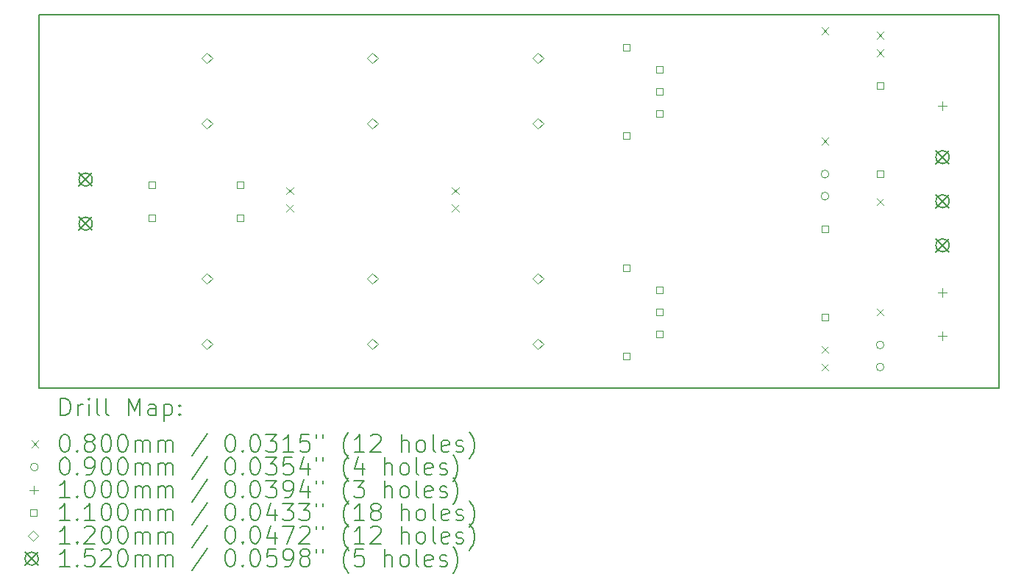
<source format=gbr>
%FSLAX45Y45*%
G04 Gerber Fmt 4.5, Leading zero omitted, Abs format (unit mm)*
G04 Created by KiCad (PCBNEW (6.0.0)) date 2022-07-07 12:02:23*
%MOMM*%
%LPD*%
G01*
G04 APERTURE LIST*
%TA.AperFunction,Profile*%
%ADD10C,0.150000*%
%TD*%
%ADD11C,0.200000*%
%ADD12C,0.080000*%
%ADD13C,0.090000*%
%ADD14C,0.100000*%
%ADD15C,0.110000*%
%ADD16C,0.120000*%
%ADD17C,0.152000*%
G04 APERTURE END LIST*
D10*
X4300000Y-5300000D02*
X15349000Y-5300000D01*
X15349000Y-9600000D02*
X4300000Y-9600000D01*
X15349000Y-9600000D02*
X15349000Y-5300000D01*
X4300000Y-9600000D02*
X4300000Y-5300000D01*
D11*
D12*
X7147500Y-7287500D02*
X7227500Y-7367500D01*
X7227500Y-7287500D02*
X7147500Y-7367500D01*
X7147500Y-7487500D02*
X7227500Y-7567500D01*
X7227500Y-7487500D02*
X7147500Y-7567500D01*
X9052500Y-7287500D02*
X9132500Y-7367500D01*
X9132500Y-7287500D02*
X9052500Y-7367500D01*
X9052500Y-7487500D02*
X9132500Y-7567500D01*
X9132500Y-7487500D02*
X9052500Y-7567500D01*
X13307000Y-5446000D02*
X13387000Y-5526000D01*
X13387000Y-5446000D02*
X13307000Y-5526000D01*
X13307000Y-6716000D02*
X13387000Y-6796000D01*
X13387000Y-6716000D02*
X13307000Y-6796000D01*
X13307000Y-9119500D02*
X13387000Y-9199500D01*
X13387000Y-9119500D02*
X13307000Y-9199500D01*
X13307000Y-9319500D02*
X13387000Y-9399500D01*
X13387000Y-9319500D02*
X13307000Y-9399500D01*
X13942000Y-5500000D02*
X14022000Y-5580000D01*
X14022000Y-5500000D02*
X13942000Y-5580000D01*
X13942000Y-5700000D02*
X14022000Y-5780000D01*
X14022000Y-5700000D02*
X13942000Y-5780000D01*
X13942000Y-7414500D02*
X14022000Y-7494500D01*
X14022000Y-7414500D02*
X13942000Y-7494500D01*
X13942000Y-8684500D02*
X14022000Y-8764500D01*
X14022000Y-8684500D02*
X13942000Y-8764500D01*
D13*
X13392000Y-7137000D02*
G75*
G03*
X13392000Y-7137000I-45000J0D01*
G01*
X13392000Y-7391000D02*
G75*
G03*
X13392000Y-7391000I-45000J0D01*
G01*
X14027000Y-9105500D02*
G75*
G03*
X14027000Y-9105500I-45000J0D01*
G01*
X14027000Y-9359500D02*
G75*
G03*
X14027000Y-9359500I-45000J0D01*
G01*
D14*
X14700000Y-6300000D02*
X14700000Y-6400000D01*
X14650000Y-6350000D02*
X14750000Y-6350000D01*
X14700000Y-8450000D02*
X14700000Y-8550000D01*
X14650000Y-8500000D02*
X14750000Y-8500000D01*
X14700000Y-8950000D02*
X14700000Y-9050000D01*
X14650000Y-9000000D02*
X14750000Y-9000000D01*
D15*
X5638891Y-7302891D02*
X5638891Y-7225109D01*
X5561109Y-7225109D01*
X5561109Y-7302891D01*
X5638891Y-7302891D01*
X5638891Y-7683891D02*
X5638891Y-7606109D01*
X5561109Y-7606109D01*
X5561109Y-7683891D01*
X5638891Y-7683891D01*
X6654891Y-7302891D02*
X6654891Y-7225109D01*
X6577109Y-7225109D01*
X6577109Y-7302891D01*
X6654891Y-7302891D01*
X6654891Y-7683891D02*
X6654891Y-7606109D01*
X6577109Y-7606109D01*
X6577109Y-7683891D01*
X6654891Y-7683891D01*
X11099891Y-5715391D02*
X11099891Y-5637609D01*
X11022109Y-5637609D01*
X11022109Y-5715391D01*
X11099891Y-5715391D01*
X11099891Y-6731391D02*
X11099891Y-6653609D01*
X11022109Y-6653609D01*
X11022109Y-6731391D01*
X11099891Y-6731391D01*
X11099891Y-8255391D02*
X11099891Y-8177609D01*
X11022109Y-8177609D01*
X11022109Y-8255391D01*
X11099891Y-8255391D01*
X11099891Y-9271391D02*
X11099891Y-9193609D01*
X11022109Y-9193609D01*
X11022109Y-9271391D01*
X11099891Y-9271391D01*
X11480891Y-5969391D02*
X11480891Y-5891609D01*
X11403109Y-5891609D01*
X11403109Y-5969391D01*
X11480891Y-5969391D01*
X11480891Y-6223391D02*
X11480891Y-6145609D01*
X11403109Y-6145609D01*
X11403109Y-6223391D01*
X11480891Y-6223391D01*
X11480891Y-6477391D02*
X11480891Y-6399609D01*
X11403109Y-6399609D01*
X11403109Y-6477391D01*
X11480891Y-6477391D01*
X11480891Y-8509391D02*
X11480891Y-8431609D01*
X11403109Y-8431609D01*
X11403109Y-8509391D01*
X11480891Y-8509391D01*
X11480891Y-8763391D02*
X11480891Y-8685609D01*
X11403109Y-8685609D01*
X11403109Y-8763391D01*
X11480891Y-8763391D01*
X11480891Y-9017391D02*
X11480891Y-8939609D01*
X11403109Y-8939609D01*
X11403109Y-9017391D01*
X11480891Y-9017391D01*
X13385891Y-7810891D02*
X13385891Y-7733109D01*
X13308109Y-7733109D01*
X13308109Y-7810891D01*
X13385891Y-7810891D01*
X13385891Y-8826891D02*
X13385891Y-8749109D01*
X13308109Y-8749109D01*
X13308109Y-8826891D01*
X13385891Y-8826891D01*
X14020891Y-6159891D02*
X14020891Y-6082109D01*
X13943109Y-6082109D01*
X13943109Y-6159891D01*
X14020891Y-6159891D01*
X14020891Y-7175891D02*
X14020891Y-7098109D01*
X13943109Y-7098109D01*
X13943109Y-7175891D01*
X14020891Y-7175891D01*
D16*
X6235000Y-5863500D02*
X6295000Y-5803500D01*
X6235000Y-5743500D01*
X6175000Y-5803500D01*
X6235000Y-5863500D01*
X6235000Y-6613500D02*
X6295000Y-6553500D01*
X6235000Y-6493500D01*
X6175000Y-6553500D01*
X6235000Y-6613500D01*
X6235000Y-8403500D02*
X6295000Y-8343500D01*
X6235000Y-8283500D01*
X6175000Y-8343500D01*
X6235000Y-8403500D01*
X6235000Y-9153500D02*
X6295000Y-9093500D01*
X6235000Y-9033500D01*
X6175000Y-9093500D01*
X6235000Y-9153500D01*
X8140000Y-5863500D02*
X8200000Y-5803500D01*
X8140000Y-5743500D01*
X8080000Y-5803500D01*
X8140000Y-5863500D01*
X8140000Y-6613500D02*
X8200000Y-6553500D01*
X8140000Y-6493500D01*
X8080000Y-6553500D01*
X8140000Y-6613500D01*
X8140000Y-8403500D02*
X8200000Y-8343500D01*
X8140000Y-8283500D01*
X8080000Y-8343500D01*
X8140000Y-8403500D01*
X8140000Y-9153500D02*
X8200000Y-9093500D01*
X8140000Y-9033500D01*
X8080000Y-9093500D01*
X8140000Y-9153500D01*
X10045000Y-5863500D02*
X10105000Y-5803500D01*
X10045000Y-5743500D01*
X9985000Y-5803500D01*
X10045000Y-5863500D01*
X10045000Y-6613500D02*
X10105000Y-6553500D01*
X10045000Y-6493500D01*
X9985000Y-6553500D01*
X10045000Y-6613500D01*
X10045000Y-8403500D02*
X10105000Y-8343500D01*
X10045000Y-8283500D01*
X9985000Y-8343500D01*
X10045000Y-8403500D01*
X10045000Y-9153500D02*
X10105000Y-9093500D01*
X10045000Y-9033500D01*
X9985000Y-9093500D01*
X10045000Y-9153500D01*
D17*
X4762000Y-7124500D02*
X4914000Y-7276500D01*
X4914000Y-7124500D02*
X4762000Y-7276500D01*
X4914000Y-7200500D02*
G75*
G03*
X4914000Y-7200500I-76000J0D01*
G01*
X4762000Y-7632500D02*
X4914000Y-7784500D01*
X4914000Y-7632500D02*
X4762000Y-7784500D01*
X4914000Y-7708500D02*
G75*
G03*
X4914000Y-7708500I-76000J0D01*
G01*
X14624000Y-6866000D02*
X14776000Y-7018000D01*
X14776000Y-6866000D02*
X14624000Y-7018000D01*
X14776000Y-6942000D02*
G75*
G03*
X14776000Y-6942000I-76000J0D01*
G01*
X14624000Y-7374000D02*
X14776000Y-7526000D01*
X14776000Y-7374000D02*
X14624000Y-7526000D01*
X14776000Y-7450000D02*
G75*
G03*
X14776000Y-7450000I-76000J0D01*
G01*
X14624000Y-7882000D02*
X14776000Y-8034000D01*
X14776000Y-7882000D02*
X14624000Y-8034000D01*
X14776000Y-7958000D02*
G75*
G03*
X14776000Y-7958000I-76000J0D01*
G01*
D11*
X4550119Y-9917976D02*
X4550119Y-9717976D01*
X4597738Y-9717976D01*
X4626310Y-9727500D01*
X4645357Y-9746548D01*
X4654881Y-9765595D01*
X4664405Y-9803690D01*
X4664405Y-9832262D01*
X4654881Y-9870357D01*
X4645357Y-9889405D01*
X4626310Y-9908452D01*
X4597738Y-9917976D01*
X4550119Y-9917976D01*
X4750119Y-9917976D02*
X4750119Y-9784643D01*
X4750119Y-9822738D02*
X4759643Y-9803690D01*
X4769167Y-9794167D01*
X4788214Y-9784643D01*
X4807262Y-9784643D01*
X4873929Y-9917976D02*
X4873929Y-9784643D01*
X4873929Y-9717976D02*
X4864405Y-9727500D01*
X4873929Y-9737024D01*
X4883452Y-9727500D01*
X4873929Y-9717976D01*
X4873929Y-9737024D01*
X4997738Y-9917976D02*
X4978690Y-9908452D01*
X4969167Y-9889405D01*
X4969167Y-9717976D01*
X5102500Y-9917976D02*
X5083452Y-9908452D01*
X5073929Y-9889405D01*
X5073929Y-9717976D01*
X5331071Y-9917976D02*
X5331071Y-9717976D01*
X5397738Y-9860833D01*
X5464405Y-9717976D01*
X5464405Y-9917976D01*
X5645357Y-9917976D02*
X5645357Y-9813214D01*
X5635833Y-9794167D01*
X5616786Y-9784643D01*
X5578690Y-9784643D01*
X5559643Y-9794167D01*
X5645357Y-9908452D02*
X5626309Y-9917976D01*
X5578690Y-9917976D01*
X5559643Y-9908452D01*
X5550119Y-9889405D01*
X5550119Y-9870357D01*
X5559643Y-9851310D01*
X5578690Y-9841786D01*
X5626309Y-9841786D01*
X5645357Y-9832262D01*
X5740595Y-9784643D02*
X5740595Y-9984643D01*
X5740595Y-9794167D02*
X5759643Y-9784643D01*
X5797738Y-9784643D01*
X5816786Y-9794167D01*
X5826309Y-9803690D01*
X5835833Y-9822738D01*
X5835833Y-9879881D01*
X5826309Y-9898929D01*
X5816786Y-9908452D01*
X5797738Y-9917976D01*
X5759643Y-9917976D01*
X5740595Y-9908452D01*
X5921548Y-9898929D02*
X5931071Y-9908452D01*
X5921548Y-9917976D01*
X5912024Y-9908452D01*
X5921548Y-9898929D01*
X5921548Y-9917976D01*
X5921548Y-9794167D02*
X5931071Y-9803690D01*
X5921548Y-9813214D01*
X5912024Y-9803690D01*
X5921548Y-9794167D01*
X5921548Y-9813214D01*
D12*
X4212500Y-10207500D02*
X4292500Y-10287500D01*
X4292500Y-10207500D02*
X4212500Y-10287500D01*
D11*
X4588214Y-10137976D02*
X4607262Y-10137976D01*
X4626310Y-10147500D01*
X4635833Y-10157024D01*
X4645357Y-10176071D01*
X4654881Y-10214167D01*
X4654881Y-10261786D01*
X4645357Y-10299881D01*
X4635833Y-10318929D01*
X4626310Y-10328452D01*
X4607262Y-10337976D01*
X4588214Y-10337976D01*
X4569167Y-10328452D01*
X4559643Y-10318929D01*
X4550119Y-10299881D01*
X4540595Y-10261786D01*
X4540595Y-10214167D01*
X4550119Y-10176071D01*
X4559643Y-10157024D01*
X4569167Y-10147500D01*
X4588214Y-10137976D01*
X4740595Y-10318929D02*
X4750119Y-10328452D01*
X4740595Y-10337976D01*
X4731071Y-10328452D01*
X4740595Y-10318929D01*
X4740595Y-10337976D01*
X4864405Y-10223690D02*
X4845357Y-10214167D01*
X4835833Y-10204643D01*
X4826310Y-10185595D01*
X4826310Y-10176071D01*
X4835833Y-10157024D01*
X4845357Y-10147500D01*
X4864405Y-10137976D01*
X4902500Y-10137976D01*
X4921548Y-10147500D01*
X4931071Y-10157024D01*
X4940595Y-10176071D01*
X4940595Y-10185595D01*
X4931071Y-10204643D01*
X4921548Y-10214167D01*
X4902500Y-10223690D01*
X4864405Y-10223690D01*
X4845357Y-10233214D01*
X4835833Y-10242738D01*
X4826310Y-10261786D01*
X4826310Y-10299881D01*
X4835833Y-10318929D01*
X4845357Y-10328452D01*
X4864405Y-10337976D01*
X4902500Y-10337976D01*
X4921548Y-10328452D01*
X4931071Y-10318929D01*
X4940595Y-10299881D01*
X4940595Y-10261786D01*
X4931071Y-10242738D01*
X4921548Y-10233214D01*
X4902500Y-10223690D01*
X5064405Y-10137976D02*
X5083452Y-10137976D01*
X5102500Y-10147500D01*
X5112024Y-10157024D01*
X5121548Y-10176071D01*
X5131071Y-10214167D01*
X5131071Y-10261786D01*
X5121548Y-10299881D01*
X5112024Y-10318929D01*
X5102500Y-10328452D01*
X5083452Y-10337976D01*
X5064405Y-10337976D01*
X5045357Y-10328452D01*
X5035833Y-10318929D01*
X5026310Y-10299881D01*
X5016786Y-10261786D01*
X5016786Y-10214167D01*
X5026310Y-10176071D01*
X5035833Y-10157024D01*
X5045357Y-10147500D01*
X5064405Y-10137976D01*
X5254881Y-10137976D02*
X5273929Y-10137976D01*
X5292976Y-10147500D01*
X5302500Y-10157024D01*
X5312024Y-10176071D01*
X5321548Y-10214167D01*
X5321548Y-10261786D01*
X5312024Y-10299881D01*
X5302500Y-10318929D01*
X5292976Y-10328452D01*
X5273929Y-10337976D01*
X5254881Y-10337976D01*
X5235833Y-10328452D01*
X5226310Y-10318929D01*
X5216786Y-10299881D01*
X5207262Y-10261786D01*
X5207262Y-10214167D01*
X5216786Y-10176071D01*
X5226310Y-10157024D01*
X5235833Y-10147500D01*
X5254881Y-10137976D01*
X5407262Y-10337976D02*
X5407262Y-10204643D01*
X5407262Y-10223690D02*
X5416786Y-10214167D01*
X5435833Y-10204643D01*
X5464405Y-10204643D01*
X5483452Y-10214167D01*
X5492976Y-10233214D01*
X5492976Y-10337976D01*
X5492976Y-10233214D02*
X5502500Y-10214167D01*
X5521548Y-10204643D01*
X5550119Y-10204643D01*
X5569167Y-10214167D01*
X5578690Y-10233214D01*
X5578690Y-10337976D01*
X5673928Y-10337976D02*
X5673928Y-10204643D01*
X5673928Y-10223690D02*
X5683452Y-10214167D01*
X5702500Y-10204643D01*
X5731071Y-10204643D01*
X5750119Y-10214167D01*
X5759643Y-10233214D01*
X5759643Y-10337976D01*
X5759643Y-10233214D02*
X5769167Y-10214167D01*
X5788214Y-10204643D01*
X5816786Y-10204643D01*
X5835833Y-10214167D01*
X5845357Y-10233214D01*
X5845357Y-10337976D01*
X6235833Y-10128452D02*
X6064405Y-10385595D01*
X6492976Y-10137976D02*
X6512024Y-10137976D01*
X6531071Y-10147500D01*
X6540595Y-10157024D01*
X6550119Y-10176071D01*
X6559643Y-10214167D01*
X6559643Y-10261786D01*
X6550119Y-10299881D01*
X6540595Y-10318929D01*
X6531071Y-10328452D01*
X6512024Y-10337976D01*
X6492976Y-10337976D01*
X6473928Y-10328452D01*
X6464405Y-10318929D01*
X6454881Y-10299881D01*
X6445357Y-10261786D01*
X6445357Y-10214167D01*
X6454881Y-10176071D01*
X6464405Y-10157024D01*
X6473928Y-10147500D01*
X6492976Y-10137976D01*
X6645357Y-10318929D02*
X6654881Y-10328452D01*
X6645357Y-10337976D01*
X6635833Y-10328452D01*
X6645357Y-10318929D01*
X6645357Y-10337976D01*
X6778690Y-10137976D02*
X6797738Y-10137976D01*
X6816786Y-10147500D01*
X6826309Y-10157024D01*
X6835833Y-10176071D01*
X6845357Y-10214167D01*
X6845357Y-10261786D01*
X6835833Y-10299881D01*
X6826309Y-10318929D01*
X6816786Y-10328452D01*
X6797738Y-10337976D01*
X6778690Y-10337976D01*
X6759643Y-10328452D01*
X6750119Y-10318929D01*
X6740595Y-10299881D01*
X6731071Y-10261786D01*
X6731071Y-10214167D01*
X6740595Y-10176071D01*
X6750119Y-10157024D01*
X6759643Y-10147500D01*
X6778690Y-10137976D01*
X6912024Y-10137976D02*
X7035833Y-10137976D01*
X6969167Y-10214167D01*
X6997738Y-10214167D01*
X7016786Y-10223690D01*
X7026309Y-10233214D01*
X7035833Y-10252262D01*
X7035833Y-10299881D01*
X7026309Y-10318929D01*
X7016786Y-10328452D01*
X6997738Y-10337976D01*
X6940595Y-10337976D01*
X6921548Y-10328452D01*
X6912024Y-10318929D01*
X7226309Y-10337976D02*
X7112024Y-10337976D01*
X7169167Y-10337976D02*
X7169167Y-10137976D01*
X7150119Y-10166548D01*
X7131071Y-10185595D01*
X7112024Y-10195119D01*
X7407262Y-10137976D02*
X7312024Y-10137976D01*
X7302500Y-10233214D01*
X7312024Y-10223690D01*
X7331071Y-10214167D01*
X7378690Y-10214167D01*
X7397738Y-10223690D01*
X7407262Y-10233214D01*
X7416786Y-10252262D01*
X7416786Y-10299881D01*
X7407262Y-10318929D01*
X7397738Y-10328452D01*
X7378690Y-10337976D01*
X7331071Y-10337976D01*
X7312024Y-10328452D01*
X7302500Y-10318929D01*
X7492976Y-10137976D02*
X7492976Y-10176071D01*
X7569167Y-10137976D02*
X7569167Y-10176071D01*
X7864405Y-10414167D02*
X7854881Y-10404643D01*
X7835833Y-10376071D01*
X7826309Y-10357024D01*
X7816786Y-10328452D01*
X7807262Y-10280833D01*
X7807262Y-10242738D01*
X7816786Y-10195119D01*
X7826309Y-10166548D01*
X7835833Y-10147500D01*
X7854881Y-10118929D01*
X7864405Y-10109405D01*
X8045357Y-10337976D02*
X7931071Y-10337976D01*
X7988214Y-10337976D02*
X7988214Y-10137976D01*
X7969167Y-10166548D01*
X7950119Y-10185595D01*
X7931071Y-10195119D01*
X8121548Y-10157024D02*
X8131071Y-10147500D01*
X8150119Y-10137976D01*
X8197738Y-10137976D01*
X8216786Y-10147500D01*
X8226309Y-10157024D01*
X8235833Y-10176071D01*
X8235833Y-10195119D01*
X8226309Y-10223690D01*
X8112024Y-10337976D01*
X8235833Y-10337976D01*
X8473929Y-10337976D02*
X8473929Y-10137976D01*
X8559643Y-10337976D02*
X8559643Y-10233214D01*
X8550119Y-10214167D01*
X8531071Y-10204643D01*
X8502500Y-10204643D01*
X8483452Y-10214167D01*
X8473929Y-10223690D01*
X8683452Y-10337976D02*
X8664405Y-10328452D01*
X8654881Y-10318929D01*
X8645357Y-10299881D01*
X8645357Y-10242738D01*
X8654881Y-10223690D01*
X8664405Y-10214167D01*
X8683452Y-10204643D01*
X8712024Y-10204643D01*
X8731071Y-10214167D01*
X8740595Y-10223690D01*
X8750119Y-10242738D01*
X8750119Y-10299881D01*
X8740595Y-10318929D01*
X8731071Y-10328452D01*
X8712024Y-10337976D01*
X8683452Y-10337976D01*
X8864405Y-10337976D02*
X8845357Y-10328452D01*
X8835833Y-10309405D01*
X8835833Y-10137976D01*
X9016786Y-10328452D02*
X8997738Y-10337976D01*
X8959643Y-10337976D01*
X8940595Y-10328452D01*
X8931071Y-10309405D01*
X8931071Y-10233214D01*
X8940595Y-10214167D01*
X8959643Y-10204643D01*
X8997738Y-10204643D01*
X9016786Y-10214167D01*
X9026310Y-10233214D01*
X9026310Y-10252262D01*
X8931071Y-10271310D01*
X9102500Y-10328452D02*
X9121548Y-10337976D01*
X9159643Y-10337976D01*
X9178690Y-10328452D01*
X9188214Y-10309405D01*
X9188214Y-10299881D01*
X9178690Y-10280833D01*
X9159643Y-10271310D01*
X9131071Y-10271310D01*
X9112024Y-10261786D01*
X9102500Y-10242738D01*
X9102500Y-10233214D01*
X9112024Y-10214167D01*
X9131071Y-10204643D01*
X9159643Y-10204643D01*
X9178690Y-10214167D01*
X9254881Y-10414167D02*
X9264405Y-10404643D01*
X9283452Y-10376071D01*
X9292976Y-10357024D01*
X9302500Y-10328452D01*
X9312024Y-10280833D01*
X9312024Y-10242738D01*
X9302500Y-10195119D01*
X9292976Y-10166548D01*
X9283452Y-10147500D01*
X9264405Y-10118929D01*
X9254881Y-10109405D01*
D13*
X4292500Y-10511500D02*
G75*
G03*
X4292500Y-10511500I-45000J0D01*
G01*
D11*
X4588214Y-10401976D02*
X4607262Y-10401976D01*
X4626310Y-10411500D01*
X4635833Y-10421024D01*
X4645357Y-10440071D01*
X4654881Y-10478167D01*
X4654881Y-10525786D01*
X4645357Y-10563881D01*
X4635833Y-10582929D01*
X4626310Y-10592452D01*
X4607262Y-10601976D01*
X4588214Y-10601976D01*
X4569167Y-10592452D01*
X4559643Y-10582929D01*
X4550119Y-10563881D01*
X4540595Y-10525786D01*
X4540595Y-10478167D01*
X4550119Y-10440071D01*
X4559643Y-10421024D01*
X4569167Y-10411500D01*
X4588214Y-10401976D01*
X4740595Y-10582929D02*
X4750119Y-10592452D01*
X4740595Y-10601976D01*
X4731071Y-10592452D01*
X4740595Y-10582929D01*
X4740595Y-10601976D01*
X4845357Y-10601976D02*
X4883452Y-10601976D01*
X4902500Y-10592452D01*
X4912024Y-10582929D01*
X4931071Y-10554357D01*
X4940595Y-10516262D01*
X4940595Y-10440071D01*
X4931071Y-10421024D01*
X4921548Y-10411500D01*
X4902500Y-10401976D01*
X4864405Y-10401976D01*
X4845357Y-10411500D01*
X4835833Y-10421024D01*
X4826310Y-10440071D01*
X4826310Y-10487690D01*
X4835833Y-10506738D01*
X4845357Y-10516262D01*
X4864405Y-10525786D01*
X4902500Y-10525786D01*
X4921548Y-10516262D01*
X4931071Y-10506738D01*
X4940595Y-10487690D01*
X5064405Y-10401976D02*
X5083452Y-10401976D01*
X5102500Y-10411500D01*
X5112024Y-10421024D01*
X5121548Y-10440071D01*
X5131071Y-10478167D01*
X5131071Y-10525786D01*
X5121548Y-10563881D01*
X5112024Y-10582929D01*
X5102500Y-10592452D01*
X5083452Y-10601976D01*
X5064405Y-10601976D01*
X5045357Y-10592452D01*
X5035833Y-10582929D01*
X5026310Y-10563881D01*
X5016786Y-10525786D01*
X5016786Y-10478167D01*
X5026310Y-10440071D01*
X5035833Y-10421024D01*
X5045357Y-10411500D01*
X5064405Y-10401976D01*
X5254881Y-10401976D02*
X5273929Y-10401976D01*
X5292976Y-10411500D01*
X5302500Y-10421024D01*
X5312024Y-10440071D01*
X5321548Y-10478167D01*
X5321548Y-10525786D01*
X5312024Y-10563881D01*
X5302500Y-10582929D01*
X5292976Y-10592452D01*
X5273929Y-10601976D01*
X5254881Y-10601976D01*
X5235833Y-10592452D01*
X5226310Y-10582929D01*
X5216786Y-10563881D01*
X5207262Y-10525786D01*
X5207262Y-10478167D01*
X5216786Y-10440071D01*
X5226310Y-10421024D01*
X5235833Y-10411500D01*
X5254881Y-10401976D01*
X5407262Y-10601976D02*
X5407262Y-10468643D01*
X5407262Y-10487690D02*
X5416786Y-10478167D01*
X5435833Y-10468643D01*
X5464405Y-10468643D01*
X5483452Y-10478167D01*
X5492976Y-10497214D01*
X5492976Y-10601976D01*
X5492976Y-10497214D02*
X5502500Y-10478167D01*
X5521548Y-10468643D01*
X5550119Y-10468643D01*
X5569167Y-10478167D01*
X5578690Y-10497214D01*
X5578690Y-10601976D01*
X5673928Y-10601976D02*
X5673928Y-10468643D01*
X5673928Y-10487690D02*
X5683452Y-10478167D01*
X5702500Y-10468643D01*
X5731071Y-10468643D01*
X5750119Y-10478167D01*
X5759643Y-10497214D01*
X5759643Y-10601976D01*
X5759643Y-10497214D02*
X5769167Y-10478167D01*
X5788214Y-10468643D01*
X5816786Y-10468643D01*
X5835833Y-10478167D01*
X5845357Y-10497214D01*
X5845357Y-10601976D01*
X6235833Y-10392452D02*
X6064405Y-10649595D01*
X6492976Y-10401976D02*
X6512024Y-10401976D01*
X6531071Y-10411500D01*
X6540595Y-10421024D01*
X6550119Y-10440071D01*
X6559643Y-10478167D01*
X6559643Y-10525786D01*
X6550119Y-10563881D01*
X6540595Y-10582929D01*
X6531071Y-10592452D01*
X6512024Y-10601976D01*
X6492976Y-10601976D01*
X6473928Y-10592452D01*
X6464405Y-10582929D01*
X6454881Y-10563881D01*
X6445357Y-10525786D01*
X6445357Y-10478167D01*
X6454881Y-10440071D01*
X6464405Y-10421024D01*
X6473928Y-10411500D01*
X6492976Y-10401976D01*
X6645357Y-10582929D02*
X6654881Y-10592452D01*
X6645357Y-10601976D01*
X6635833Y-10592452D01*
X6645357Y-10582929D01*
X6645357Y-10601976D01*
X6778690Y-10401976D02*
X6797738Y-10401976D01*
X6816786Y-10411500D01*
X6826309Y-10421024D01*
X6835833Y-10440071D01*
X6845357Y-10478167D01*
X6845357Y-10525786D01*
X6835833Y-10563881D01*
X6826309Y-10582929D01*
X6816786Y-10592452D01*
X6797738Y-10601976D01*
X6778690Y-10601976D01*
X6759643Y-10592452D01*
X6750119Y-10582929D01*
X6740595Y-10563881D01*
X6731071Y-10525786D01*
X6731071Y-10478167D01*
X6740595Y-10440071D01*
X6750119Y-10421024D01*
X6759643Y-10411500D01*
X6778690Y-10401976D01*
X6912024Y-10401976D02*
X7035833Y-10401976D01*
X6969167Y-10478167D01*
X6997738Y-10478167D01*
X7016786Y-10487690D01*
X7026309Y-10497214D01*
X7035833Y-10516262D01*
X7035833Y-10563881D01*
X7026309Y-10582929D01*
X7016786Y-10592452D01*
X6997738Y-10601976D01*
X6940595Y-10601976D01*
X6921548Y-10592452D01*
X6912024Y-10582929D01*
X7216786Y-10401976D02*
X7121548Y-10401976D01*
X7112024Y-10497214D01*
X7121548Y-10487690D01*
X7140595Y-10478167D01*
X7188214Y-10478167D01*
X7207262Y-10487690D01*
X7216786Y-10497214D01*
X7226309Y-10516262D01*
X7226309Y-10563881D01*
X7216786Y-10582929D01*
X7207262Y-10592452D01*
X7188214Y-10601976D01*
X7140595Y-10601976D01*
X7121548Y-10592452D01*
X7112024Y-10582929D01*
X7397738Y-10468643D02*
X7397738Y-10601976D01*
X7350119Y-10392452D02*
X7302500Y-10535310D01*
X7426309Y-10535310D01*
X7492976Y-10401976D02*
X7492976Y-10440071D01*
X7569167Y-10401976D02*
X7569167Y-10440071D01*
X7864405Y-10678167D02*
X7854881Y-10668643D01*
X7835833Y-10640071D01*
X7826309Y-10621024D01*
X7816786Y-10592452D01*
X7807262Y-10544833D01*
X7807262Y-10506738D01*
X7816786Y-10459119D01*
X7826309Y-10430548D01*
X7835833Y-10411500D01*
X7854881Y-10382929D01*
X7864405Y-10373405D01*
X8026309Y-10468643D02*
X8026309Y-10601976D01*
X7978690Y-10392452D02*
X7931071Y-10535310D01*
X8054881Y-10535310D01*
X8283452Y-10601976D02*
X8283452Y-10401976D01*
X8369167Y-10601976D02*
X8369167Y-10497214D01*
X8359643Y-10478167D01*
X8340595Y-10468643D01*
X8312024Y-10468643D01*
X8292976Y-10478167D01*
X8283452Y-10487690D01*
X8492976Y-10601976D02*
X8473929Y-10592452D01*
X8464405Y-10582929D01*
X8454881Y-10563881D01*
X8454881Y-10506738D01*
X8464405Y-10487690D01*
X8473929Y-10478167D01*
X8492976Y-10468643D01*
X8521548Y-10468643D01*
X8540595Y-10478167D01*
X8550119Y-10487690D01*
X8559643Y-10506738D01*
X8559643Y-10563881D01*
X8550119Y-10582929D01*
X8540595Y-10592452D01*
X8521548Y-10601976D01*
X8492976Y-10601976D01*
X8673929Y-10601976D02*
X8654881Y-10592452D01*
X8645357Y-10573405D01*
X8645357Y-10401976D01*
X8826310Y-10592452D02*
X8807262Y-10601976D01*
X8769167Y-10601976D01*
X8750119Y-10592452D01*
X8740595Y-10573405D01*
X8740595Y-10497214D01*
X8750119Y-10478167D01*
X8769167Y-10468643D01*
X8807262Y-10468643D01*
X8826310Y-10478167D01*
X8835833Y-10497214D01*
X8835833Y-10516262D01*
X8740595Y-10535310D01*
X8912024Y-10592452D02*
X8931071Y-10601976D01*
X8969167Y-10601976D01*
X8988214Y-10592452D01*
X8997738Y-10573405D01*
X8997738Y-10563881D01*
X8988214Y-10544833D01*
X8969167Y-10535310D01*
X8940595Y-10535310D01*
X8921548Y-10525786D01*
X8912024Y-10506738D01*
X8912024Y-10497214D01*
X8921548Y-10478167D01*
X8940595Y-10468643D01*
X8969167Y-10468643D01*
X8988214Y-10478167D01*
X9064405Y-10678167D02*
X9073929Y-10668643D01*
X9092976Y-10640071D01*
X9102500Y-10621024D01*
X9112024Y-10592452D01*
X9121548Y-10544833D01*
X9121548Y-10506738D01*
X9112024Y-10459119D01*
X9102500Y-10430548D01*
X9092976Y-10411500D01*
X9073929Y-10382929D01*
X9064405Y-10373405D01*
D14*
X4242500Y-10725500D02*
X4242500Y-10825500D01*
X4192500Y-10775500D02*
X4292500Y-10775500D01*
D11*
X4654881Y-10865976D02*
X4540595Y-10865976D01*
X4597738Y-10865976D02*
X4597738Y-10665976D01*
X4578690Y-10694548D01*
X4559643Y-10713595D01*
X4540595Y-10723119D01*
X4740595Y-10846929D02*
X4750119Y-10856452D01*
X4740595Y-10865976D01*
X4731071Y-10856452D01*
X4740595Y-10846929D01*
X4740595Y-10865976D01*
X4873929Y-10665976D02*
X4892976Y-10665976D01*
X4912024Y-10675500D01*
X4921548Y-10685024D01*
X4931071Y-10704071D01*
X4940595Y-10742167D01*
X4940595Y-10789786D01*
X4931071Y-10827881D01*
X4921548Y-10846929D01*
X4912024Y-10856452D01*
X4892976Y-10865976D01*
X4873929Y-10865976D01*
X4854881Y-10856452D01*
X4845357Y-10846929D01*
X4835833Y-10827881D01*
X4826310Y-10789786D01*
X4826310Y-10742167D01*
X4835833Y-10704071D01*
X4845357Y-10685024D01*
X4854881Y-10675500D01*
X4873929Y-10665976D01*
X5064405Y-10665976D02*
X5083452Y-10665976D01*
X5102500Y-10675500D01*
X5112024Y-10685024D01*
X5121548Y-10704071D01*
X5131071Y-10742167D01*
X5131071Y-10789786D01*
X5121548Y-10827881D01*
X5112024Y-10846929D01*
X5102500Y-10856452D01*
X5083452Y-10865976D01*
X5064405Y-10865976D01*
X5045357Y-10856452D01*
X5035833Y-10846929D01*
X5026310Y-10827881D01*
X5016786Y-10789786D01*
X5016786Y-10742167D01*
X5026310Y-10704071D01*
X5035833Y-10685024D01*
X5045357Y-10675500D01*
X5064405Y-10665976D01*
X5254881Y-10665976D02*
X5273929Y-10665976D01*
X5292976Y-10675500D01*
X5302500Y-10685024D01*
X5312024Y-10704071D01*
X5321548Y-10742167D01*
X5321548Y-10789786D01*
X5312024Y-10827881D01*
X5302500Y-10846929D01*
X5292976Y-10856452D01*
X5273929Y-10865976D01*
X5254881Y-10865976D01*
X5235833Y-10856452D01*
X5226310Y-10846929D01*
X5216786Y-10827881D01*
X5207262Y-10789786D01*
X5207262Y-10742167D01*
X5216786Y-10704071D01*
X5226310Y-10685024D01*
X5235833Y-10675500D01*
X5254881Y-10665976D01*
X5407262Y-10865976D02*
X5407262Y-10732643D01*
X5407262Y-10751690D02*
X5416786Y-10742167D01*
X5435833Y-10732643D01*
X5464405Y-10732643D01*
X5483452Y-10742167D01*
X5492976Y-10761214D01*
X5492976Y-10865976D01*
X5492976Y-10761214D02*
X5502500Y-10742167D01*
X5521548Y-10732643D01*
X5550119Y-10732643D01*
X5569167Y-10742167D01*
X5578690Y-10761214D01*
X5578690Y-10865976D01*
X5673928Y-10865976D02*
X5673928Y-10732643D01*
X5673928Y-10751690D02*
X5683452Y-10742167D01*
X5702500Y-10732643D01*
X5731071Y-10732643D01*
X5750119Y-10742167D01*
X5759643Y-10761214D01*
X5759643Y-10865976D01*
X5759643Y-10761214D02*
X5769167Y-10742167D01*
X5788214Y-10732643D01*
X5816786Y-10732643D01*
X5835833Y-10742167D01*
X5845357Y-10761214D01*
X5845357Y-10865976D01*
X6235833Y-10656452D02*
X6064405Y-10913595D01*
X6492976Y-10665976D02*
X6512024Y-10665976D01*
X6531071Y-10675500D01*
X6540595Y-10685024D01*
X6550119Y-10704071D01*
X6559643Y-10742167D01*
X6559643Y-10789786D01*
X6550119Y-10827881D01*
X6540595Y-10846929D01*
X6531071Y-10856452D01*
X6512024Y-10865976D01*
X6492976Y-10865976D01*
X6473928Y-10856452D01*
X6464405Y-10846929D01*
X6454881Y-10827881D01*
X6445357Y-10789786D01*
X6445357Y-10742167D01*
X6454881Y-10704071D01*
X6464405Y-10685024D01*
X6473928Y-10675500D01*
X6492976Y-10665976D01*
X6645357Y-10846929D02*
X6654881Y-10856452D01*
X6645357Y-10865976D01*
X6635833Y-10856452D01*
X6645357Y-10846929D01*
X6645357Y-10865976D01*
X6778690Y-10665976D02*
X6797738Y-10665976D01*
X6816786Y-10675500D01*
X6826309Y-10685024D01*
X6835833Y-10704071D01*
X6845357Y-10742167D01*
X6845357Y-10789786D01*
X6835833Y-10827881D01*
X6826309Y-10846929D01*
X6816786Y-10856452D01*
X6797738Y-10865976D01*
X6778690Y-10865976D01*
X6759643Y-10856452D01*
X6750119Y-10846929D01*
X6740595Y-10827881D01*
X6731071Y-10789786D01*
X6731071Y-10742167D01*
X6740595Y-10704071D01*
X6750119Y-10685024D01*
X6759643Y-10675500D01*
X6778690Y-10665976D01*
X6912024Y-10665976D02*
X7035833Y-10665976D01*
X6969167Y-10742167D01*
X6997738Y-10742167D01*
X7016786Y-10751690D01*
X7026309Y-10761214D01*
X7035833Y-10780262D01*
X7035833Y-10827881D01*
X7026309Y-10846929D01*
X7016786Y-10856452D01*
X6997738Y-10865976D01*
X6940595Y-10865976D01*
X6921548Y-10856452D01*
X6912024Y-10846929D01*
X7131071Y-10865976D02*
X7169167Y-10865976D01*
X7188214Y-10856452D01*
X7197738Y-10846929D01*
X7216786Y-10818357D01*
X7226309Y-10780262D01*
X7226309Y-10704071D01*
X7216786Y-10685024D01*
X7207262Y-10675500D01*
X7188214Y-10665976D01*
X7150119Y-10665976D01*
X7131071Y-10675500D01*
X7121548Y-10685024D01*
X7112024Y-10704071D01*
X7112024Y-10751690D01*
X7121548Y-10770738D01*
X7131071Y-10780262D01*
X7150119Y-10789786D01*
X7188214Y-10789786D01*
X7207262Y-10780262D01*
X7216786Y-10770738D01*
X7226309Y-10751690D01*
X7397738Y-10732643D02*
X7397738Y-10865976D01*
X7350119Y-10656452D02*
X7302500Y-10799310D01*
X7426309Y-10799310D01*
X7492976Y-10665976D02*
X7492976Y-10704071D01*
X7569167Y-10665976D02*
X7569167Y-10704071D01*
X7864405Y-10942167D02*
X7854881Y-10932643D01*
X7835833Y-10904071D01*
X7826309Y-10885024D01*
X7816786Y-10856452D01*
X7807262Y-10808833D01*
X7807262Y-10770738D01*
X7816786Y-10723119D01*
X7826309Y-10694548D01*
X7835833Y-10675500D01*
X7854881Y-10646929D01*
X7864405Y-10637405D01*
X7921548Y-10665976D02*
X8045357Y-10665976D01*
X7978690Y-10742167D01*
X8007262Y-10742167D01*
X8026309Y-10751690D01*
X8035833Y-10761214D01*
X8045357Y-10780262D01*
X8045357Y-10827881D01*
X8035833Y-10846929D01*
X8026309Y-10856452D01*
X8007262Y-10865976D01*
X7950119Y-10865976D01*
X7931071Y-10856452D01*
X7921548Y-10846929D01*
X8283452Y-10865976D02*
X8283452Y-10665976D01*
X8369167Y-10865976D02*
X8369167Y-10761214D01*
X8359643Y-10742167D01*
X8340595Y-10732643D01*
X8312024Y-10732643D01*
X8292976Y-10742167D01*
X8283452Y-10751690D01*
X8492976Y-10865976D02*
X8473929Y-10856452D01*
X8464405Y-10846929D01*
X8454881Y-10827881D01*
X8454881Y-10770738D01*
X8464405Y-10751690D01*
X8473929Y-10742167D01*
X8492976Y-10732643D01*
X8521548Y-10732643D01*
X8540595Y-10742167D01*
X8550119Y-10751690D01*
X8559643Y-10770738D01*
X8559643Y-10827881D01*
X8550119Y-10846929D01*
X8540595Y-10856452D01*
X8521548Y-10865976D01*
X8492976Y-10865976D01*
X8673929Y-10865976D02*
X8654881Y-10856452D01*
X8645357Y-10837405D01*
X8645357Y-10665976D01*
X8826310Y-10856452D02*
X8807262Y-10865976D01*
X8769167Y-10865976D01*
X8750119Y-10856452D01*
X8740595Y-10837405D01*
X8740595Y-10761214D01*
X8750119Y-10742167D01*
X8769167Y-10732643D01*
X8807262Y-10732643D01*
X8826310Y-10742167D01*
X8835833Y-10761214D01*
X8835833Y-10780262D01*
X8740595Y-10799310D01*
X8912024Y-10856452D02*
X8931071Y-10865976D01*
X8969167Y-10865976D01*
X8988214Y-10856452D01*
X8997738Y-10837405D01*
X8997738Y-10827881D01*
X8988214Y-10808833D01*
X8969167Y-10799310D01*
X8940595Y-10799310D01*
X8921548Y-10789786D01*
X8912024Y-10770738D01*
X8912024Y-10761214D01*
X8921548Y-10742167D01*
X8940595Y-10732643D01*
X8969167Y-10732643D01*
X8988214Y-10742167D01*
X9064405Y-10942167D02*
X9073929Y-10932643D01*
X9092976Y-10904071D01*
X9102500Y-10885024D01*
X9112024Y-10856452D01*
X9121548Y-10808833D01*
X9121548Y-10770738D01*
X9112024Y-10723119D01*
X9102500Y-10694548D01*
X9092976Y-10675500D01*
X9073929Y-10646929D01*
X9064405Y-10637405D01*
D15*
X4276391Y-11078391D02*
X4276391Y-11000609D01*
X4198609Y-11000609D01*
X4198609Y-11078391D01*
X4276391Y-11078391D01*
D11*
X4654881Y-11129976D02*
X4540595Y-11129976D01*
X4597738Y-11129976D02*
X4597738Y-10929976D01*
X4578690Y-10958548D01*
X4559643Y-10977595D01*
X4540595Y-10987119D01*
X4740595Y-11110929D02*
X4750119Y-11120452D01*
X4740595Y-11129976D01*
X4731071Y-11120452D01*
X4740595Y-11110929D01*
X4740595Y-11129976D01*
X4940595Y-11129976D02*
X4826310Y-11129976D01*
X4883452Y-11129976D02*
X4883452Y-10929976D01*
X4864405Y-10958548D01*
X4845357Y-10977595D01*
X4826310Y-10987119D01*
X5064405Y-10929976D02*
X5083452Y-10929976D01*
X5102500Y-10939500D01*
X5112024Y-10949024D01*
X5121548Y-10968071D01*
X5131071Y-11006167D01*
X5131071Y-11053786D01*
X5121548Y-11091881D01*
X5112024Y-11110929D01*
X5102500Y-11120452D01*
X5083452Y-11129976D01*
X5064405Y-11129976D01*
X5045357Y-11120452D01*
X5035833Y-11110929D01*
X5026310Y-11091881D01*
X5016786Y-11053786D01*
X5016786Y-11006167D01*
X5026310Y-10968071D01*
X5035833Y-10949024D01*
X5045357Y-10939500D01*
X5064405Y-10929976D01*
X5254881Y-10929976D02*
X5273929Y-10929976D01*
X5292976Y-10939500D01*
X5302500Y-10949024D01*
X5312024Y-10968071D01*
X5321548Y-11006167D01*
X5321548Y-11053786D01*
X5312024Y-11091881D01*
X5302500Y-11110929D01*
X5292976Y-11120452D01*
X5273929Y-11129976D01*
X5254881Y-11129976D01*
X5235833Y-11120452D01*
X5226310Y-11110929D01*
X5216786Y-11091881D01*
X5207262Y-11053786D01*
X5207262Y-11006167D01*
X5216786Y-10968071D01*
X5226310Y-10949024D01*
X5235833Y-10939500D01*
X5254881Y-10929976D01*
X5407262Y-11129976D02*
X5407262Y-10996643D01*
X5407262Y-11015690D02*
X5416786Y-11006167D01*
X5435833Y-10996643D01*
X5464405Y-10996643D01*
X5483452Y-11006167D01*
X5492976Y-11025214D01*
X5492976Y-11129976D01*
X5492976Y-11025214D02*
X5502500Y-11006167D01*
X5521548Y-10996643D01*
X5550119Y-10996643D01*
X5569167Y-11006167D01*
X5578690Y-11025214D01*
X5578690Y-11129976D01*
X5673928Y-11129976D02*
X5673928Y-10996643D01*
X5673928Y-11015690D02*
X5683452Y-11006167D01*
X5702500Y-10996643D01*
X5731071Y-10996643D01*
X5750119Y-11006167D01*
X5759643Y-11025214D01*
X5759643Y-11129976D01*
X5759643Y-11025214D02*
X5769167Y-11006167D01*
X5788214Y-10996643D01*
X5816786Y-10996643D01*
X5835833Y-11006167D01*
X5845357Y-11025214D01*
X5845357Y-11129976D01*
X6235833Y-10920452D02*
X6064405Y-11177595D01*
X6492976Y-10929976D02*
X6512024Y-10929976D01*
X6531071Y-10939500D01*
X6540595Y-10949024D01*
X6550119Y-10968071D01*
X6559643Y-11006167D01*
X6559643Y-11053786D01*
X6550119Y-11091881D01*
X6540595Y-11110929D01*
X6531071Y-11120452D01*
X6512024Y-11129976D01*
X6492976Y-11129976D01*
X6473928Y-11120452D01*
X6464405Y-11110929D01*
X6454881Y-11091881D01*
X6445357Y-11053786D01*
X6445357Y-11006167D01*
X6454881Y-10968071D01*
X6464405Y-10949024D01*
X6473928Y-10939500D01*
X6492976Y-10929976D01*
X6645357Y-11110929D02*
X6654881Y-11120452D01*
X6645357Y-11129976D01*
X6635833Y-11120452D01*
X6645357Y-11110929D01*
X6645357Y-11129976D01*
X6778690Y-10929976D02*
X6797738Y-10929976D01*
X6816786Y-10939500D01*
X6826309Y-10949024D01*
X6835833Y-10968071D01*
X6845357Y-11006167D01*
X6845357Y-11053786D01*
X6835833Y-11091881D01*
X6826309Y-11110929D01*
X6816786Y-11120452D01*
X6797738Y-11129976D01*
X6778690Y-11129976D01*
X6759643Y-11120452D01*
X6750119Y-11110929D01*
X6740595Y-11091881D01*
X6731071Y-11053786D01*
X6731071Y-11006167D01*
X6740595Y-10968071D01*
X6750119Y-10949024D01*
X6759643Y-10939500D01*
X6778690Y-10929976D01*
X7016786Y-10996643D02*
X7016786Y-11129976D01*
X6969167Y-10920452D02*
X6921548Y-11063310D01*
X7045357Y-11063310D01*
X7102500Y-10929976D02*
X7226309Y-10929976D01*
X7159643Y-11006167D01*
X7188214Y-11006167D01*
X7207262Y-11015690D01*
X7216786Y-11025214D01*
X7226309Y-11044262D01*
X7226309Y-11091881D01*
X7216786Y-11110929D01*
X7207262Y-11120452D01*
X7188214Y-11129976D01*
X7131071Y-11129976D01*
X7112024Y-11120452D01*
X7102500Y-11110929D01*
X7292976Y-10929976D02*
X7416786Y-10929976D01*
X7350119Y-11006167D01*
X7378690Y-11006167D01*
X7397738Y-11015690D01*
X7407262Y-11025214D01*
X7416786Y-11044262D01*
X7416786Y-11091881D01*
X7407262Y-11110929D01*
X7397738Y-11120452D01*
X7378690Y-11129976D01*
X7321548Y-11129976D01*
X7302500Y-11120452D01*
X7292976Y-11110929D01*
X7492976Y-10929976D02*
X7492976Y-10968071D01*
X7569167Y-10929976D02*
X7569167Y-10968071D01*
X7864405Y-11206167D02*
X7854881Y-11196643D01*
X7835833Y-11168071D01*
X7826309Y-11149024D01*
X7816786Y-11120452D01*
X7807262Y-11072833D01*
X7807262Y-11034738D01*
X7816786Y-10987119D01*
X7826309Y-10958548D01*
X7835833Y-10939500D01*
X7854881Y-10910929D01*
X7864405Y-10901405D01*
X8045357Y-11129976D02*
X7931071Y-11129976D01*
X7988214Y-11129976D02*
X7988214Y-10929976D01*
X7969167Y-10958548D01*
X7950119Y-10977595D01*
X7931071Y-10987119D01*
X8159643Y-11015690D02*
X8140595Y-11006167D01*
X8131071Y-10996643D01*
X8121548Y-10977595D01*
X8121548Y-10968071D01*
X8131071Y-10949024D01*
X8140595Y-10939500D01*
X8159643Y-10929976D01*
X8197738Y-10929976D01*
X8216786Y-10939500D01*
X8226309Y-10949024D01*
X8235833Y-10968071D01*
X8235833Y-10977595D01*
X8226309Y-10996643D01*
X8216786Y-11006167D01*
X8197738Y-11015690D01*
X8159643Y-11015690D01*
X8140595Y-11025214D01*
X8131071Y-11034738D01*
X8121548Y-11053786D01*
X8121548Y-11091881D01*
X8131071Y-11110929D01*
X8140595Y-11120452D01*
X8159643Y-11129976D01*
X8197738Y-11129976D01*
X8216786Y-11120452D01*
X8226309Y-11110929D01*
X8235833Y-11091881D01*
X8235833Y-11053786D01*
X8226309Y-11034738D01*
X8216786Y-11025214D01*
X8197738Y-11015690D01*
X8473929Y-11129976D02*
X8473929Y-10929976D01*
X8559643Y-11129976D02*
X8559643Y-11025214D01*
X8550119Y-11006167D01*
X8531071Y-10996643D01*
X8502500Y-10996643D01*
X8483452Y-11006167D01*
X8473929Y-11015690D01*
X8683452Y-11129976D02*
X8664405Y-11120452D01*
X8654881Y-11110929D01*
X8645357Y-11091881D01*
X8645357Y-11034738D01*
X8654881Y-11015690D01*
X8664405Y-11006167D01*
X8683452Y-10996643D01*
X8712024Y-10996643D01*
X8731071Y-11006167D01*
X8740595Y-11015690D01*
X8750119Y-11034738D01*
X8750119Y-11091881D01*
X8740595Y-11110929D01*
X8731071Y-11120452D01*
X8712024Y-11129976D01*
X8683452Y-11129976D01*
X8864405Y-11129976D02*
X8845357Y-11120452D01*
X8835833Y-11101405D01*
X8835833Y-10929976D01*
X9016786Y-11120452D02*
X8997738Y-11129976D01*
X8959643Y-11129976D01*
X8940595Y-11120452D01*
X8931071Y-11101405D01*
X8931071Y-11025214D01*
X8940595Y-11006167D01*
X8959643Y-10996643D01*
X8997738Y-10996643D01*
X9016786Y-11006167D01*
X9026310Y-11025214D01*
X9026310Y-11044262D01*
X8931071Y-11063310D01*
X9102500Y-11120452D02*
X9121548Y-11129976D01*
X9159643Y-11129976D01*
X9178690Y-11120452D01*
X9188214Y-11101405D01*
X9188214Y-11091881D01*
X9178690Y-11072833D01*
X9159643Y-11063310D01*
X9131071Y-11063310D01*
X9112024Y-11053786D01*
X9102500Y-11034738D01*
X9102500Y-11025214D01*
X9112024Y-11006167D01*
X9131071Y-10996643D01*
X9159643Y-10996643D01*
X9178690Y-11006167D01*
X9254881Y-11206167D02*
X9264405Y-11196643D01*
X9283452Y-11168071D01*
X9292976Y-11149024D01*
X9302500Y-11120452D01*
X9312024Y-11072833D01*
X9312024Y-11034738D01*
X9302500Y-10987119D01*
X9292976Y-10958548D01*
X9283452Y-10939500D01*
X9264405Y-10910929D01*
X9254881Y-10901405D01*
D16*
X4232500Y-11363500D02*
X4292500Y-11303500D01*
X4232500Y-11243500D01*
X4172500Y-11303500D01*
X4232500Y-11363500D01*
D11*
X4654881Y-11393976D02*
X4540595Y-11393976D01*
X4597738Y-11393976D02*
X4597738Y-11193976D01*
X4578690Y-11222548D01*
X4559643Y-11241595D01*
X4540595Y-11251119D01*
X4740595Y-11374928D02*
X4750119Y-11384452D01*
X4740595Y-11393976D01*
X4731071Y-11384452D01*
X4740595Y-11374928D01*
X4740595Y-11393976D01*
X4826310Y-11213024D02*
X4835833Y-11203500D01*
X4854881Y-11193976D01*
X4902500Y-11193976D01*
X4921548Y-11203500D01*
X4931071Y-11213024D01*
X4940595Y-11232071D01*
X4940595Y-11251119D01*
X4931071Y-11279690D01*
X4816786Y-11393976D01*
X4940595Y-11393976D01*
X5064405Y-11193976D02*
X5083452Y-11193976D01*
X5102500Y-11203500D01*
X5112024Y-11213024D01*
X5121548Y-11232071D01*
X5131071Y-11270167D01*
X5131071Y-11317786D01*
X5121548Y-11355881D01*
X5112024Y-11374928D01*
X5102500Y-11384452D01*
X5083452Y-11393976D01*
X5064405Y-11393976D01*
X5045357Y-11384452D01*
X5035833Y-11374928D01*
X5026310Y-11355881D01*
X5016786Y-11317786D01*
X5016786Y-11270167D01*
X5026310Y-11232071D01*
X5035833Y-11213024D01*
X5045357Y-11203500D01*
X5064405Y-11193976D01*
X5254881Y-11193976D02*
X5273929Y-11193976D01*
X5292976Y-11203500D01*
X5302500Y-11213024D01*
X5312024Y-11232071D01*
X5321548Y-11270167D01*
X5321548Y-11317786D01*
X5312024Y-11355881D01*
X5302500Y-11374928D01*
X5292976Y-11384452D01*
X5273929Y-11393976D01*
X5254881Y-11393976D01*
X5235833Y-11384452D01*
X5226310Y-11374928D01*
X5216786Y-11355881D01*
X5207262Y-11317786D01*
X5207262Y-11270167D01*
X5216786Y-11232071D01*
X5226310Y-11213024D01*
X5235833Y-11203500D01*
X5254881Y-11193976D01*
X5407262Y-11393976D02*
X5407262Y-11260643D01*
X5407262Y-11279690D02*
X5416786Y-11270167D01*
X5435833Y-11260643D01*
X5464405Y-11260643D01*
X5483452Y-11270167D01*
X5492976Y-11289214D01*
X5492976Y-11393976D01*
X5492976Y-11289214D02*
X5502500Y-11270167D01*
X5521548Y-11260643D01*
X5550119Y-11260643D01*
X5569167Y-11270167D01*
X5578690Y-11289214D01*
X5578690Y-11393976D01*
X5673928Y-11393976D02*
X5673928Y-11260643D01*
X5673928Y-11279690D02*
X5683452Y-11270167D01*
X5702500Y-11260643D01*
X5731071Y-11260643D01*
X5750119Y-11270167D01*
X5759643Y-11289214D01*
X5759643Y-11393976D01*
X5759643Y-11289214D02*
X5769167Y-11270167D01*
X5788214Y-11260643D01*
X5816786Y-11260643D01*
X5835833Y-11270167D01*
X5845357Y-11289214D01*
X5845357Y-11393976D01*
X6235833Y-11184452D02*
X6064405Y-11441595D01*
X6492976Y-11193976D02*
X6512024Y-11193976D01*
X6531071Y-11203500D01*
X6540595Y-11213024D01*
X6550119Y-11232071D01*
X6559643Y-11270167D01*
X6559643Y-11317786D01*
X6550119Y-11355881D01*
X6540595Y-11374928D01*
X6531071Y-11384452D01*
X6512024Y-11393976D01*
X6492976Y-11393976D01*
X6473928Y-11384452D01*
X6464405Y-11374928D01*
X6454881Y-11355881D01*
X6445357Y-11317786D01*
X6445357Y-11270167D01*
X6454881Y-11232071D01*
X6464405Y-11213024D01*
X6473928Y-11203500D01*
X6492976Y-11193976D01*
X6645357Y-11374928D02*
X6654881Y-11384452D01*
X6645357Y-11393976D01*
X6635833Y-11384452D01*
X6645357Y-11374928D01*
X6645357Y-11393976D01*
X6778690Y-11193976D02*
X6797738Y-11193976D01*
X6816786Y-11203500D01*
X6826309Y-11213024D01*
X6835833Y-11232071D01*
X6845357Y-11270167D01*
X6845357Y-11317786D01*
X6835833Y-11355881D01*
X6826309Y-11374928D01*
X6816786Y-11384452D01*
X6797738Y-11393976D01*
X6778690Y-11393976D01*
X6759643Y-11384452D01*
X6750119Y-11374928D01*
X6740595Y-11355881D01*
X6731071Y-11317786D01*
X6731071Y-11270167D01*
X6740595Y-11232071D01*
X6750119Y-11213024D01*
X6759643Y-11203500D01*
X6778690Y-11193976D01*
X7016786Y-11260643D02*
X7016786Y-11393976D01*
X6969167Y-11184452D02*
X6921548Y-11327309D01*
X7045357Y-11327309D01*
X7102500Y-11193976D02*
X7235833Y-11193976D01*
X7150119Y-11393976D01*
X7302500Y-11213024D02*
X7312024Y-11203500D01*
X7331071Y-11193976D01*
X7378690Y-11193976D01*
X7397738Y-11203500D01*
X7407262Y-11213024D01*
X7416786Y-11232071D01*
X7416786Y-11251119D01*
X7407262Y-11279690D01*
X7292976Y-11393976D01*
X7416786Y-11393976D01*
X7492976Y-11193976D02*
X7492976Y-11232071D01*
X7569167Y-11193976D02*
X7569167Y-11232071D01*
X7864405Y-11470167D02*
X7854881Y-11460643D01*
X7835833Y-11432071D01*
X7826309Y-11413024D01*
X7816786Y-11384452D01*
X7807262Y-11336833D01*
X7807262Y-11298738D01*
X7816786Y-11251119D01*
X7826309Y-11222548D01*
X7835833Y-11203500D01*
X7854881Y-11174929D01*
X7864405Y-11165405D01*
X8045357Y-11393976D02*
X7931071Y-11393976D01*
X7988214Y-11393976D02*
X7988214Y-11193976D01*
X7969167Y-11222548D01*
X7950119Y-11241595D01*
X7931071Y-11251119D01*
X8121548Y-11213024D02*
X8131071Y-11203500D01*
X8150119Y-11193976D01*
X8197738Y-11193976D01*
X8216786Y-11203500D01*
X8226309Y-11213024D01*
X8235833Y-11232071D01*
X8235833Y-11251119D01*
X8226309Y-11279690D01*
X8112024Y-11393976D01*
X8235833Y-11393976D01*
X8473929Y-11393976D02*
X8473929Y-11193976D01*
X8559643Y-11393976D02*
X8559643Y-11289214D01*
X8550119Y-11270167D01*
X8531071Y-11260643D01*
X8502500Y-11260643D01*
X8483452Y-11270167D01*
X8473929Y-11279690D01*
X8683452Y-11393976D02*
X8664405Y-11384452D01*
X8654881Y-11374928D01*
X8645357Y-11355881D01*
X8645357Y-11298738D01*
X8654881Y-11279690D01*
X8664405Y-11270167D01*
X8683452Y-11260643D01*
X8712024Y-11260643D01*
X8731071Y-11270167D01*
X8740595Y-11279690D01*
X8750119Y-11298738D01*
X8750119Y-11355881D01*
X8740595Y-11374928D01*
X8731071Y-11384452D01*
X8712024Y-11393976D01*
X8683452Y-11393976D01*
X8864405Y-11393976D02*
X8845357Y-11384452D01*
X8835833Y-11365405D01*
X8835833Y-11193976D01*
X9016786Y-11384452D02*
X8997738Y-11393976D01*
X8959643Y-11393976D01*
X8940595Y-11384452D01*
X8931071Y-11365405D01*
X8931071Y-11289214D01*
X8940595Y-11270167D01*
X8959643Y-11260643D01*
X8997738Y-11260643D01*
X9016786Y-11270167D01*
X9026310Y-11289214D01*
X9026310Y-11308262D01*
X8931071Y-11327309D01*
X9102500Y-11384452D02*
X9121548Y-11393976D01*
X9159643Y-11393976D01*
X9178690Y-11384452D01*
X9188214Y-11365405D01*
X9188214Y-11355881D01*
X9178690Y-11336833D01*
X9159643Y-11327309D01*
X9131071Y-11327309D01*
X9112024Y-11317786D01*
X9102500Y-11298738D01*
X9102500Y-11289214D01*
X9112024Y-11270167D01*
X9131071Y-11260643D01*
X9159643Y-11260643D01*
X9178690Y-11270167D01*
X9254881Y-11470167D02*
X9264405Y-11460643D01*
X9283452Y-11432071D01*
X9292976Y-11413024D01*
X9302500Y-11384452D01*
X9312024Y-11336833D01*
X9312024Y-11298738D01*
X9302500Y-11251119D01*
X9292976Y-11222548D01*
X9283452Y-11203500D01*
X9264405Y-11174929D01*
X9254881Y-11165405D01*
D17*
X4140500Y-11491500D02*
X4292500Y-11643500D01*
X4292500Y-11491500D02*
X4140500Y-11643500D01*
X4292500Y-11567500D02*
G75*
G03*
X4292500Y-11567500I-76000J0D01*
G01*
D11*
X4654881Y-11657976D02*
X4540595Y-11657976D01*
X4597738Y-11657976D02*
X4597738Y-11457976D01*
X4578690Y-11486548D01*
X4559643Y-11505595D01*
X4540595Y-11515119D01*
X4740595Y-11638928D02*
X4750119Y-11648452D01*
X4740595Y-11657976D01*
X4731071Y-11648452D01*
X4740595Y-11638928D01*
X4740595Y-11657976D01*
X4931071Y-11457976D02*
X4835833Y-11457976D01*
X4826310Y-11553214D01*
X4835833Y-11543690D01*
X4854881Y-11534167D01*
X4902500Y-11534167D01*
X4921548Y-11543690D01*
X4931071Y-11553214D01*
X4940595Y-11572262D01*
X4940595Y-11619881D01*
X4931071Y-11638928D01*
X4921548Y-11648452D01*
X4902500Y-11657976D01*
X4854881Y-11657976D01*
X4835833Y-11648452D01*
X4826310Y-11638928D01*
X5016786Y-11477024D02*
X5026310Y-11467500D01*
X5045357Y-11457976D01*
X5092976Y-11457976D01*
X5112024Y-11467500D01*
X5121548Y-11477024D01*
X5131071Y-11496071D01*
X5131071Y-11515119D01*
X5121548Y-11543690D01*
X5007262Y-11657976D01*
X5131071Y-11657976D01*
X5254881Y-11457976D02*
X5273929Y-11457976D01*
X5292976Y-11467500D01*
X5302500Y-11477024D01*
X5312024Y-11496071D01*
X5321548Y-11534167D01*
X5321548Y-11581786D01*
X5312024Y-11619881D01*
X5302500Y-11638928D01*
X5292976Y-11648452D01*
X5273929Y-11657976D01*
X5254881Y-11657976D01*
X5235833Y-11648452D01*
X5226310Y-11638928D01*
X5216786Y-11619881D01*
X5207262Y-11581786D01*
X5207262Y-11534167D01*
X5216786Y-11496071D01*
X5226310Y-11477024D01*
X5235833Y-11467500D01*
X5254881Y-11457976D01*
X5407262Y-11657976D02*
X5407262Y-11524643D01*
X5407262Y-11543690D02*
X5416786Y-11534167D01*
X5435833Y-11524643D01*
X5464405Y-11524643D01*
X5483452Y-11534167D01*
X5492976Y-11553214D01*
X5492976Y-11657976D01*
X5492976Y-11553214D02*
X5502500Y-11534167D01*
X5521548Y-11524643D01*
X5550119Y-11524643D01*
X5569167Y-11534167D01*
X5578690Y-11553214D01*
X5578690Y-11657976D01*
X5673928Y-11657976D02*
X5673928Y-11524643D01*
X5673928Y-11543690D02*
X5683452Y-11534167D01*
X5702500Y-11524643D01*
X5731071Y-11524643D01*
X5750119Y-11534167D01*
X5759643Y-11553214D01*
X5759643Y-11657976D01*
X5759643Y-11553214D02*
X5769167Y-11534167D01*
X5788214Y-11524643D01*
X5816786Y-11524643D01*
X5835833Y-11534167D01*
X5845357Y-11553214D01*
X5845357Y-11657976D01*
X6235833Y-11448452D02*
X6064405Y-11705595D01*
X6492976Y-11457976D02*
X6512024Y-11457976D01*
X6531071Y-11467500D01*
X6540595Y-11477024D01*
X6550119Y-11496071D01*
X6559643Y-11534167D01*
X6559643Y-11581786D01*
X6550119Y-11619881D01*
X6540595Y-11638928D01*
X6531071Y-11648452D01*
X6512024Y-11657976D01*
X6492976Y-11657976D01*
X6473928Y-11648452D01*
X6464405Y-11638928D01*
X6454881Y-11619881D01*
X6445357Y-11581786D01*
X6445357Y-11534167D01*
X6454881Y-11496071D01*
X6464405Y-11477024D01*
X6473928Y-11467500D01*
X6492976Y-11457976D01*
X6645357Y-11638928D02*
X6654881Y-11648452D01*
X6645357Y-11657976D01*
X6635833Y-11648452D01*
X6645357Y-11638928D01*
X6645357Y-11657976D01*
X6778690Y-11457976D02*
X6797738Y-11457976D01*
X6816786Y-11467500D01*
X6826309Y-11477024D01*
X6835833Y-11496071D01*
X6845357Y-11534167D01*
X6845357Y-11581786D01*
X6835833Y-11619881D01*
X6826309Y-11638928D01*
X6816786Y-11648452D01*
X6797738Y-11657976D01*
X6778690Y-11657976D01*
X6759643Y-11648452D01*
X6750119Y-11638928D01*
X6740595Y-11619881D01*
X6731071Y-11581786D01*
X6731071Y-11534167D01*
X6740595Y-11496071D01*
X6750119Y-11477024D01*
X6759643Y-11467500D01*
X6778690Y-11457976D01*
X7026309Y-11457976D02*
X6931071Y-11457976D01*
X6921548Y-11553214D01*
X6931071Y-11543690D01*
X6950119Y-11534167D01*
X6997738Y-11534167D01*
X7016786Y-11543690D01*
X7026309Y-11553214D01*
X7035833Y-11572262D01*
X7035833Y-11619881D01*
X7026309Y-11638928D01*
X7016786Y-11648452D01*
X6997738Y-11657976D01*
X6950119Y-11657976D01*
X6931071Y-11648452D01*
X6921548Y-11638928D01*
X7131071Y-11657976D02*
X7169167Y-11657976D01*
X7188214Y-11648452D01*
X7197738Y-11638928D01*
X7216786Y-11610357D01*
X7226309Y-11572262D01*
X7226309Y-11496071D01*
X7216786Y-11477024D01*
X7207262Y-11467500D01*
X7188214Y-11457976D01*
X7150119Y-11457976D01*
X7131071Y-11467500D01*
X7121548Y-11477024D01*
X7112024Y-11496071D01*
X7112024Y-11543690D01*
X7121548Y-11562738D01*
X7131071Y-11572262D01*
X7150119Y-11581786D01*
X7188214Y-11581786D01*
X7207262Y-11572262D01*
X7216786Y-11562738D01*
X7226309Y-11543690D01*
X7340595Y-11543690D02*
X7321548Y-11534167D01*
X7312024Y-11524643D01*
X7302500Y-11505595D01*
X7302500Y-11496071D01*
X7312024Y-11477024D01*
X7321548Y-11467500D01*
X7340595Y-11457976D01*
X7378690Y-11457976D01*
X7397738Y-11467500D01*
X7407262Y-11477024D01*
X7416786Y-11496071D01*
X7416786Y-11505595D01*
X7407262Y-11524643D01*
X7397738Y-11534167D01*
X7378690Y-11543690D01*
X7340595Y-11543690D01*
X7321548Y-11553214D01*
X7312024Y-11562738D01*
X7302500Y-11581786D01*
X7302500Y-11619881D01*
X7312024Y-11638928D01*
X7321548Y-11648452D01*
X7340595Y-11657976D01*
X7378690Y-11657976D01*
X7397738Y-11648452D01*
X7407262Y-11638928D01*
X7416786Y-11619881D01*
X7416786Y-11581786D01*
X7407262Y-11562738D01*
X7397738Y-11553214D01*
X7378690Y-11543690D01*
X7492976Y-11457976D02*
X7492976Y-11496071D01*
X7569167Y-11457976D02*
X7569167Y-11496071D01*
X7864405Y-11734167D02*
X7854881Y-11724643D01*
X7835833Y-11696071D01*
X7826309Y-11677024D01*
X7816786Y-11648452D01*
X7807262Y-11600833D01*
X7807262Y-11562738D01*
X7816786Y-11515119D01*
X7826309Y-11486548D01*
X7835833Y-11467500D01*
X7854881Y-11438928D01*
X7864405Y-11429405D01*
X8035833Y-11457976D02*
X7940595Y-11457976D01*
X7931071Y-11553214D01*
X7940595Y-11543690D01*
X7959643Y-11534167D01*
X8007262Y-11534167D01*
X8026309Y-11543690D01*
X8035833Y-11553214D01*
X8045357Y-11572262D01*
X8045357Y-11619881D01*
X8035833Y-11638928D01*
X8026309Y-11648452D01*
X8007262Y-11657976D01*
X7959643Y-11657976D01*
X7940595Y-11648452D01*
X7931071Y-11638928D01*
X8283452Y-11657976D02*
X8283452Y-11457976D01*
X8369167Y-11657976D02*
X8369167Y-11553214D01*
X8359643Y-11534167D01*
X8340595Y-11524643D01*
X8312024Y-11524643D01*
X8292976Y-11534167D01*
X8283452Y-11543690D01*
X8492976Y-11657976D02*
X8473929Y-11648452D01*
X8464405Y-11638928D01*
X8454881Y-11619881D01*
X8454881Y-11562738D01*
X8464405Y-11543690D01*
X8473929Y-11534167D01*
X8492976Y-11524643D01*
X8521548Y-11524643D01*
X8540595Y-11534167D01*
X8550119Y-11543690D01*
X8559643Y-11562738D01*
X8559643Y-11619881D01*
X8550119Y-11638928D01*
X8540595Y-11648452D01*
X8521548Y-11657976D01*
X8492976Y-11657976D01*
X8673929Y-11657976D02*
X8654881Y-11648452D01*
X8645357Y-11629405D01*
X8645357Y-11457976D01*
X8826310Y-11648452D02*
X8807262Y-11657976D01*
X8769167Y-11657976D01*
X8750119Y-11648452D01*
X8740595Y-11629405D01*
X8740595Y-11553214D01*
X8750119Y-11534167D01*
X8769167Y-11524643D01*
X8807262Y-11524643D01*
X8826310Y-11534167D01*
X8835833Y-11553214D01*
X8835833Y-11572262D01*
X8740595Y-11591309D01*
X8912024Y-11648452D02*
X8931071Y-11657976D01*
X8969167Y-11657976D01*
X8988214Y-11648452D01*
X8997738Y-11629405D01*
X8997738Y-11619881D01*
X8988214Y-11600833D01*
X8969167Y-11591309D01*
X8940595Y-11591309D01*
X8921548Y-11581786D01*
X8912024Y-11562738D01*
X8912024Y-11553214D01*
X8921548Y-11534167D01*
X8940595Y-11524643D01*
X8969167Y-11524643D01*
X8988214Y-11534167D01*
X9064405Y-11734167D02*
X9073929Y-11724643D01*
X9092976Y-11696071D01*
X9102500Y-11677024D01*
X9112024Y-11648452D01*
X9121548Y-11600833D01*
X9121548Y-11562738D01*
X9112024Y-11515119D01*
X9102500Y-11486548D01*
X9092976Y-11467500D01*
X9073929Y-11438928D01*
X9064405Y-11429405D01*
M02*

</source>
